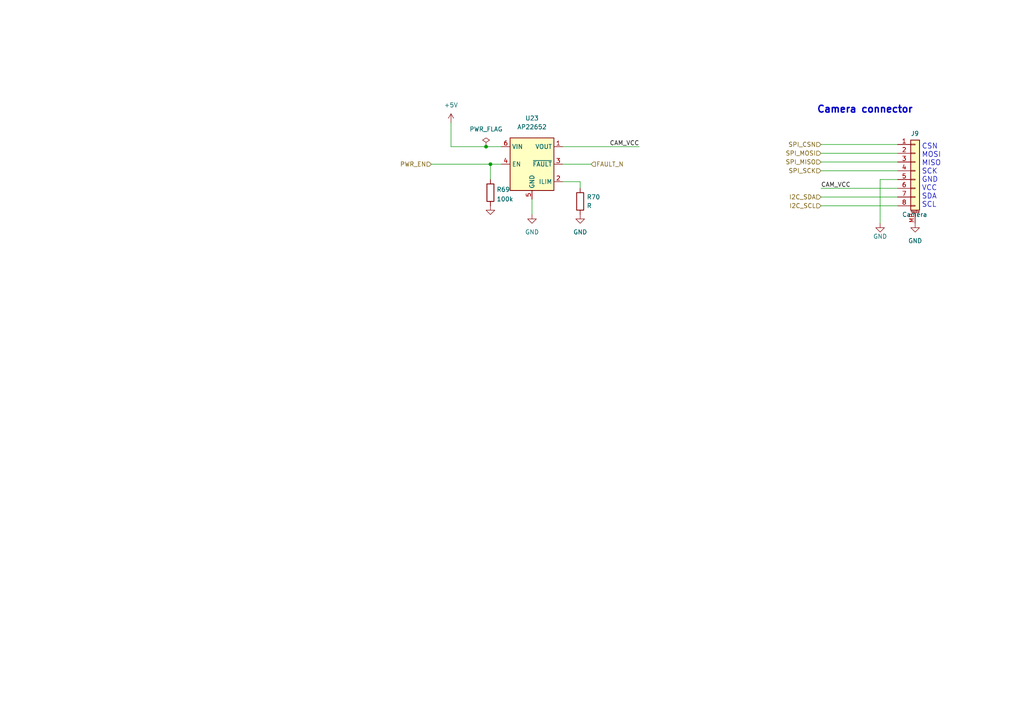
<source format=kicad_sch>
(kicad_sch (version 20211123) (generator eeschema)

  (uuid 30ae04e7-80a3-4b9c-b034-f14fc281e7c8)

  (paper "A4")

  (lib_symbols
    (symbol "Connector_Generic_MountingPin:Conn_01x08_MountingPin" (pin_names (offset 1.016) hide) (in_bom yes) (on_board yes)
      (property "Reference" "J" (id 0) (at 0 10.16 0)
        (effects (font (size 1.27 1.27)))
      )
      (property "Value" "Conn_01x08_MountingPin" (id 1) (at 1.27 -12.7 0)
        (effects (font (size 1.27 1.27)) (justify left))
      )
      (property "Footprint" "" (id 2) (at 0 0 0)
        (effects (font (size 1.27 1.27)) hide)
      )
      (property "Datasheet" "~" (id 3) (at 0 0 0)
        (effects (font (size 1.27 1.27)) hide)
      )
      (property "ki_keywords" "connector" (id 4) (at 0 0 0)
        (effects (font (size 1.27 1.27)) hide)
      )
      (property "ki_description" "Generic connectable mounting pin connector, single row, 01x08, script generated (kicad-library-utils/schlib/autogen/connector/)" (id 5) (at 0 0 0)
        (effects (font (size 1.27 1.27)) hide)
      )
      (property "ki_fp_filters" "Connector*:*_1x??-1MP*" (id 6) (at 0 0 0)
        (effects (font (size 1.27 1.27)) hide)
      )
      (symbol "Conn_01x08_MountingPin_1_1"
        (rectangle (start -1.27 -10.033) (end 0 -10.287)
          (stroke (width 0.1524) (type default) (color 0 0 0 0))
          (fill (type none))
        )
        (rectangle (start -1.27 -7.493) (end 0 -7.747)
          (stroke (width 0.1524) (type default) (color 0 0 0 0))
          (fill (type none))
        )
        (rectangle (start -1.27 -4.953) (end 0 -5.207)
          (stroke (width 0.1524) (type default) (color 0 0 0 0))
          (fill (type none))
        )
        (rectangle (start -1.27 -2.413) (end 0 -2.667)
          (stroke (width 0.1524) (type default) (color 0 0 0 0))
          (fill (type none))
        )
        (rectangle (start -1.27 0.127) (end 0 -0.127)
          (stroke (width 0.1524) (type default) (color 0 0 0 0))
          (fill (type none))
        )
        (rectangle (start -1.27 2.667) (end 0 2.413)
          (stroke (width 0.1524) (type default) (color 0 0 0 0))
          (fill (type none))
        )
        (rectangle (start -1.27 5.207) (end 0 4.953)
          (stroke (width 0.1524) (type default) (color 0 0 0 0))
          (fill (type none))
        )
        (rectangle (start -1.27 7.747) (end 0 7.493)
          (stroke (width 0.1524) (type default) (color 0 0 0 0))
          (fill (type none))
        )
        (rectangle (start -1.27 8.89) (end 1.27 -11.43)
          (stroke (width 0.254) (type default) (color 0 0 0 0))
          (fill (type background))
        )
        (polyline
          (pts
            (xy -1.016 -12.192)
            (xy 1.016 -12.192)
          )
          (stroke (width 0.1524) (type default) (color 0 0 0 0))
          (fill (type none))
        )
        (text "Mounting" (at 0 -11.811 0)
          (effects (font (size 0.381 0.381)))
        )
        (pin passive line (at -5.08 7.62 0) (length 3.81)
          (name "Pin_1" (effects (font (size 1.27 1.27))))
          (number "1" (effects (font (size 1.27 1.27))))
        )
        (pin passive line (at -5.08 5.08 0) (length 3.81)
          (name "Pin_2" (effects (font (size 1.27 1.27))))
          (number "2" (effects (font (size 1.27 1.27))))
        )
        (pin passive line (at -5.08 2.54 0) (length 3.81)
          (name "Pin_3" (effects (font (size 1.27 1.27))))
          (number "3" (effects (font (size 1.27 1.27))))
        )
        (pin passive line (at -5.08 0 0) (length 3.81)
          (name "Pin_4" (effects (font (size 1.27 1.27))))
          (number "4" (effects (font (size 1.27 1.27))))
        )
        (pin passive line (at -5.08 -2.54 0) (length 3.81)
          (name "Pin_5" (effects (font (size 1.27 1.27))))
          (number "5" (effects (font (size 1.27 1.27))))
        )
        (pin passive line (at -5.08 -5.08 0) (length 3.81)
          (name "Pin_6" (effects (font (size 1.27 1.27))))
          (number "6" (effects (font (size 1.27 1.27))))
        )
        (pin passive line (at -5.08 -7.62 0) (length 3.81)
          (name "Pin_7" (effects (font (size 1.27 1.27))))
          (number "7" (effects (font (size 1.27 1.27))))
        )
        (pin passive line (at -5.08 -10.16 0) (length 3.81)
          (name "Pin_8" (effects (font (size 1.27 1.27))))
          (number "8" (effects (font (size 1.27 1.27))))
        )
        (pin passive line (at 0 -15.24 90) (length 3.048)
          (name "MountPin" (effects (font (size 1.27 1.27))))
          (number "MP" (effects (font (size 1.27 1.27))))
        )
      )
    )
    (symbol "Device:R" (pin_numbers hide) (pin_names (offset 0)) (in_bom yes) (on_board yes)
      (property "Reference" "R" (id 0) (at 2.032 0 90)
        (effects (font (size 1.27 1.27)))
      )
      (property "Value" "R" (id 1) (at 0 0 90)
        (effects (font (size 1.27 1.27)))
      )
      (property "Footprint" "" (id 2) (at -1.778 0 90)
        (effects (font (size 1.27 1.27)) hide)
      )
      (property "Datasheet" "~" (id 3) (at 0 0 0)
        (effects (font (size 1.27 1.27)) hide)
      )
      (property "ki_keywords" "R res resistor" (id 4) (at 0 0 0)
        (effects (font (size 1.27 1.27)) hide)
      )
      (property "ki_description" "Resistor" (id 5) (at 0 0 0)
        (effects (font (size 1.27 1.27)) hide)
      )
      (property "ki_fp_filters" "R_*" (id 6) (at 0 0 0)
        (effects (font (size 1.27 1.27)) hide)
      )
      (symbol "R_0_1"
        (rectangle (start -1.016 -2.54) (end 1.016 2.54)
          (stroke (width 0.254) (type default) (color 0 0 0 0))
          (fill (type none))
        )
      )
      (symbol "R_1_1"
        (pin passive line (at 0 3.81 270) (length 1.27)
          (name "~" (effects (font (size 1.27 1.27))))
          (number "1" (effects (font (size 1.27 1.27))))
        )
        (pin passive line (at 0 -3.81 90) (length 1.27)
          (name "~" (effects (font (size 1.27 1.27))))
          (number "2" (effects (font (size 1.27 1.27))))
        )
      )
    )
    (symbol "TCY_PowerSwitching:AP22652" (in_bom yes) (on_board yes)
      (property "Reference" "U" (id 0) (at 0 8.89 0)
        (effects (font (size 1.27 1.27)))
      )
      (property "Value" "AP22652" (id 1) (at 0 6.35 0)
        (effects (font (size 1.27 1.27)))
      )
      (property "Footprint" "" (id 2) (at -1.27 5.08 0)
        (effects (font (size 1.27 1.27)) hide)
      )
      (property "Datasheet" "" (id 3) (at -1.27 5.08 0)
        (effects (font (size 1.27 1.27)) hide)
      )
      (symbol "AP22652_0_1"
        (rectangle (start -6.35 5.08) (end 6.35 -10.16)
          (stroke (width 0.254) (type default) (color 0 0 0 0))
          (fill (type background))
        )
      )
      (symbol "AP22652_1_1"
        (pin power_out line (at 8.89 2.54 180) (length 2.54)
          (name "VOUT" (effects (font (size 1.27 1.27))))
          (number "1" (effects (font (size 1.27 1.27))))
        )
        (pin passive line (at 8.89 -7.62 180) (length 2.54)
          (name "ILIM" (effects (font (size 1.27 1.27))))
          (number "2" (effects (font (size 1.27 1.27))))
        )
        (pin output line (at 8.89 -2.54 180) (length 2.54)
          (name "~{FAULT}" (effects (font (size 1.27 1.27))))
          (number "3" (effects (font (size 1.27 1.27))))
        )
        (pin input line (at -8.89 -2.54 0) (length 2.54)
          (name "EN" (effects (font (size 1.27 1.27))))
          (number "4" (effects (font (size 1.27 1.27))))
        )
        (pin passive line (at 0 -12.7 90) (length 2.54)
          (name "GND" (effects (font (size 1.27 1.27))))
          (number "5" (effects (font (size 1.27 1.27))))
        )
        (pin power_in line (at -8.89 2.54 0) (length 2.54)
          (name "VIN" (effects (font (size 1.27 1.27))))
          (number "6" (effects (font (size 1.27 1.27))))
        )
      )
    )
    (symbol "power:+5V" (power) (pin_names (offset 0)) (in_bom yes) (on_board yes)
      (property "Reference" "#PWR" (id 0) (at 0 -3.81 0)
        (effects (font (size 1.27 1.27)) hide)
      )
      (property "Value" "+5V" (id 1) (at 0 3.556 0)
        (effects (font (size 1.27 1.27)))
      )
      (property "Footprint" "" (id 2) (at 0 0 0)
        (effects (font (size 1.27 1.27)) hide)
      )
      (property "Datasheet" "" (id 3) (at 0 0 0)
        (effects (font (size 1.27 1.27)) hide)
      )
      (property "ki_keywords" "power-flag" (id 4) (at 0 0 0)
        (effects (font (size 1.27 1.27)) hide)
      )
      (property "ki_description" "Power symbol creates a global label with name \"+5V\"" (id 5) (at 0 0 0)
        (effects (font (size 1.27 1.27)) hide)
      )
      (symbol "+5V_0_1"
        (polyline
          (pts
            (xy -0.762 1.27)
            (xy 0 2.54)
          )
          (stroke (width 0) (type default) (color 0 0 0 0))
          (fill (type none))
        )
        (polyline
          (pts
            (xy 0 0)
            (xy 0 2.54)
          )
          (stroke (width 0) (type default) (color 0 0 0 0))
          (fill (type none))
        )
        (polyline
          (pts
            (xy 0 2.54)
            (xy 0.762 1.27)
          )
          (stroke (width 0) (type default) (color 0 0 0 0))
          (fill (type none))
        )
      )
      (symbol "+5V_1_1"
        (pin power_in line (at 0 0 90) (length 0) hide
          (name "+5V" (effects (font (size 1.27 1.27))))
          (number "1" (effects (font (size 1.27 1.27))))
        )
      )
    )
    (symbol "power:GND" (power) (pin_names (offset 0)) (in_bom yes) (on_board yes)
      (property "Reference" "#PWR" (id 0) (at 0 -6.35 0)
        (effects (font (size 1.27 1.27)) hide)
      )
      (property "Value" "GND" (id 1) (at 0 -3.81 0)
        (effects (font (size 1.27 1.27)))
      )
      (property "Footprint" "" (id 2) (at 0 0 0)
        (effects (font (size 1.27 1.27)) hide)
      )
      (property "Datasheet" "" (id 3) (at 0 0 0)
        (effects (font (size 1.27 1.27)) hide)
      )
      (property "ki_keywords" "power-flag" (id 4) (at 0 0 0)
        (effects (font (size 1.27 1.27)) hide)
      )
      (property "ki_description" "Power symbol creates a global label with name \"GND\" , ground" (id 5) (at 0 0 0)
        (effects (font (size 1.27 1.27)) hide)
      )
      (symbol "GND_0_1"
        (polyline
          (pts
            (xy 0 0)
            (xy 0 -1.27)
            (xy 1.27 -1.27)
            (xy 0 -2.54)
            (xy -1.27 -1.27)
            (xy 0 -1.27)
          )
          (stroke (width 0) (type default) (color 0 0 0 0))
          (fill (type none))
        )
      )
      (symbol "GND_1_1"
        (pin power_in line (at 0 0 270) (length 0) hide
          (name "GND" (effects (font (size 1.27 1.27))))
          (number "1" (effects (font (size 1.27 1.27))))
        )
      )
    )
    (symbol "power:PWR_FLAG" (power) (pin_numbers hide) (pin_names (offset 0) hide) (in_bom yes) (on_board yes)
      (property "Reference" "#FLG" (id 0) (at 0 1.905 0)
        (effects (font (size 1.27 1.27)) hide)
      )
      (property "Value" "PWR_FLAG" (id 1) (at 0 3.81 0)
        (effects (font (size 1.27 1.27)))
      )
      (property "Footprint" "" (id 2) (at 0 0 0)
        (effects (font (size 1.27 1.27)) hide)
      )
      (property "Datasheet" "~" (id 3) (at 0 0 0)
        (effects (font (size 1.27 1.27)) hide)
      )
      (property "ki_keywords" "power-flag" (id 4) (at 0 0 0)
        (effects (font (size 1.27 1.27)) hide)
      )
      (property "ki_description" "Special symbol for telling ERC where power comes from" (id 5) (at 0 0 0)
        (effects (font (size 1.27 1.27)) hide)
      )
      (symbol "PWR_FLAG_0_0"
        (pin power_out line (at 0 0 90) (length 0)
          (name "pwr" (effects (font (size 1.27 1.27))))
          (number "1" (effects (font (size 1.27 1.27))))
        )
      )
      (symbol "PWR_FLAG_0_1"
        (polyline
          (pts
            (xy 0 0)
            (xy 0 1.27)
            (xy -1.016 1.905)
            (xy 0 2.54)
            (xy 1.016 1.905)
            (xy 0 1.27)
          )
          (stroke (width 0) (type default) (color 0 0 0 0))
          (fill (type none))
        )
      )
    )
  )

  (junction (at 142.24 47.625) (diameter 0) (color 0 0 0 0)
    (uuid 2875450c-a944-4d7e-bd18-6e20b5a70be1)
  )
  (junction (at 140.97 42.545) (diameter 0) (color 0 0 0 0)
    (uuid b0d73f78-2d61-449b-b615-44cc68b0dba4)
  )

  (wire (pts (xy 260.35 52.07) (xy 255.27 52.07))
    (stroke (width 0) (type default) (color 0 0 0 0))
    (uuid 23c7d2b5-1a3b-43b1-969c-0d1c7c9d0ba5)
  )
  (wire (pts (xy 238.125 54.61) (xy 260.35 54.61))
    (stroke (width 0) (type default) (color 0 0 0 0))
    (uuid 2f2deb23-98b5-479b-82c4-82bbec9d8e65)
  )
  (wire (pts (xy 171.45 47.625) (xy 163.195 47.625))
    (stroke (width 0) (type default) (color 0 0 0 0))
    (uuid 31f7b040-0bcd-495e-b9c8-f266b7de1d8c)
  )
  (wire (pts (xy 142.24 47.625) (xy 145.415 47.625))
    (stroke (width 0) (type default) (color 0 0 0 0))
    (uuid 36115100-58a3-48fc-9859-463a97d4b58e)
  )
  (wire (pts (xy 140.97 42.545) (xy 145.415 42.545))
    (stroke (width 0) (type default) (color 0 0 0 0))
    (uuid 5d60cb60-109f-4f47-a369-e940a4c7606c)
  )
  (wire (pts (xy 185.42 42.545) (xy 163.195 42.545))
    (stroke (width 0) (type default) (color 0 0 0 0))
    (uuid 5d8f211c-73f1-4716-ac96-37450bfb57d1)
  )
  (wire (pts (xy 238.125 49.53) (xy 260.35 49.53))
    (stroke (width 0) (type default) (color 0 0 0 0))
    (uuid 71015764-f538-4ca2-8944-8a51ba0b527b)
  )
  (wire (pts (xy 238.125 59.69) (xy 260.35 59.69))
    (stroke (width 0) (type default) (color 0 0 0 0))
    (uuid 72b70111-b8f6-4317-925a-038e55cb76ce)
  )
  (wire (pts (xy 130.81 35.56) (xy 130.81 42.545))
    (stroke (width 0) (type default) (color 0 0 0 0))
    (uuid 7a25a118-1182-410b-922e-c820551bce47)
  )
  (wire (pts (xy 168.275 52.705) (xy 168.275 54.61))
    (stroke (width 0) (type default) (color 0 0 0 0))
    (uuid 7d4a7823-5de4-4ed3-a193-bf1f83c758f5)
  )
  (wire (pts (xy 125.095 47.625) (xy 142.24 47.625))
    (stroke (width 0) (type default) (color 0 0 0 0))
    (uuid 9f6e8504-dd8f-40f0-ae1f-4c74081b35e0)
  )
  (wire (pts (xy 238.125 46.99) (xy 260.35 46.99))
    (stroke (width 0) (type default) (color 0 0 0 0))
    (uuid b85943e2-9b01-4b74-9a57-ca665227e2b5)
  )
  (wire (pts (xy 142.24 47.625) (xy 142.24 52.07))
    (stroke (width 0) (type default) (color 0 0 0 0))
    (uuid bdf4616f-1993-40e7-8633-cb1a7c382db9)
  )
  (wire (pts (xy 238.125 57.15) (xy 260.35 57.15))
    (stroke (width 0) (type default) (color 0 0 0 0))
    (uuid c30d1392-bb28-48f5-be57-aed670d09703)
  )
  (wire (pts (xy 238.125 41.91) (xy 260.35 41.91))
    (stroke (width 0) (type default) (color 0 0 0 0))
    (uuid c8d603fa-2cd0-4e2a-883b-cb1b12ba9591)
  )
  (wire (pts (xy 163.195 52.705) (xy 168.275 52.705))
    (stroke (width 0) (type default) (color 0 0 0 0))
    (uuid ca55545a-4469-4ad7-b5a7-f9939eb0ed98)
  )
  (wire (pts (xy 238.125 44.45) (xy 260.35 44.45))
    (stroke (width 0) (type default) (color 0 0 0 0))
    (uuid d2325320-092b-4ebb-9d22-fd3fc94c7b4e)
  )
  (wire (pts (xy 130.81 42.545) (xy 140.97 42.545))
    (stroke (width 0) (type default) (color 0 0 0 0))
    (uuid dc1bdf85-413c-4436-bc69-9e9f0d293fb6)
  )
  (wire (pts (xy 255.27 52.07) (xy 255.27 64.77))
    (stroke (width 0) (type default) (color 0 0 0 0))
    (uuid e931bc10-704f-49d3-9588-d0294100fe28)
  )
  (wire (pts (xy 154.305 57.785) (xy 154.305 62.23))
    (stroke (width 0) (type default) (color 0 0 0 0))
    (uuid fbf0f5a8-1528-474a-a0e4-79c04f4a87ac)
  )

  (text "CSN\nMOSI\nMISO\nSCK\nGND\nVCC\nSDA\nSCL" (at 267.335 60.325 0)
    (effects (font (size 1.5 1.5)) (justify left bottom))
    (uuid 57fd7c29-375c-41dd-98f8-d356f4479303)
  )
  (text "Camera connector" (at 236.855 33.02 0)
    (effects (font (size 2 2) (thickness 0.4) bold) (justify left bottom))
    (uuid 9e36fff6-d54b-40bc-b8d5-ee09139fa160)
  )

  (label "CAM_VCC" (at 238.125 54.61 0)
    (effects (font (size 1.27 1.27)) (justify left bottom))
    (uuid 5033a596-2792-4024-a2fd-9e93ea2877d6)
  )
  (label "CAM_VCC" (at 185.42 42.545 180)
    (effects (font (size 1.27 1.27)) (justify right bottom))
    (uuid f2c77a88-16db-4262-8d61-72e655c70c79)
  )

  (hierarchical_label "FAULT_N" (shape input) (at 171.45 47.625 0)
    (effects (font (size 1.27 1.27)) (justify left))
    (uuid 1ecf53e2-f53d-40f4-b037-fc2266c9bd96)
  )
  (hierarchical_label "SPI_MOSI" (shape input) (at 238.125 44.45 180)
    (effects (font (size 1.27 1.27)) (justify right))
    (uuid 2e3b3ac8-c62a-4413-a58e-86a279ae5b0d)
  )
  (hierarchical_label "SPI_SCK" (shape input) (at 238.125 49.53 180)
    (effects (font (size 1.27 1.27)) (justify right))
    (uuid 3922d36a-45ee-4196-bb6c-8dd62db53880)
  )
  (hierarchical_label "SPI_CSN" (shape input) (at 238.125 41.91 180)
    (effects (font (size 1.27 1.27)) (justify right))
    (uuid 3a645505-f71b-4c22-b19a-1c7ff3d5e778)
  )
  (hierarchical_label "PWR_EN" (shape input) (at 125.095 47.625 180)
    (effects (font (size 1.27 1.27)) (justify right))
    (uuid 494d2d49-0ff9-4e41-8e46-d72fafc111ba)
  )
  (hierarchical_label "SPI_MISO" (shape input) (at 238.125 46.99 180)
    (effects (font (size 1.27 1.27)) (justify right))
    (uuid 5f3ee46d-00d0-416b-b50f-46b2a6eb6ef3)
  )
  (hierarchical_label "I2C_SCL" (shape input) (at 238.125 59.69 180)
    (effects (font (size 1.27 1.27)) (justify right))
    (uuid 6027c323-83a5-4add-9598-1fbb27c10363)
  )
  (hierarchical_label "I2C_SDA" (shape input) (at 238.125 57.15 180)
    (effects (font (size 1.27 1.27)) (justify right))
    (uuid 9a2a7191-fc1c-4729-8019-ef30539f064d)
  )

  (symbol (lib_id "power:GND") (at 265.43 64.77 0) (unit 1)
    (in_bom yes) (on_board yes) (fields_autoplaced)
    (uuid 2953af20-d93b-47ee-89c3-6c04ef124206)
    (property "Reference" "#PWR0206" (id 0) (at 265.43 71.12 0)
      (effects (font (size 1.27 1.27)) hide)
    )
    (property "Value" "GND" (id 1) (at 265.43 69.85 0))
    (property "Footprint" "" (id 2) (at 265.43 64.77 0)
      (effects (font (size 1.27 1.27)) hide)
    )
    (property "Datasheet" "" (id 3) (at 265.43 64.77 0)
      (effects (font (size 1.27 1.27)) hide)
    )
    (pin "1" (uuid 0e3f1a94-f661-4ec3-8bb2-eeeb36af0119))
  )

  (symbol (lib_id "power:GND") (at 255.27 64.77 0) (unit 1)
    (in_bom yes) (on_board yes)
    (uuid 295bba17-2589-4531-8be8-eef3870754b3)
    (property "Reference" "#PWR0207" (id 0) (at 255.27 71.12 0)
      (effects (font (size 1.27 1.27)) hide)
    )
    (property "Value" "GND" (id 1) (at 255.27 68.58 0))
    (property "Footprint" "" (id 2) (at 255.27 64.77 0)
      (effects (font (size 1.27 1.27)) hide)
    )
    (property "Datasheet" "" (id 3) (at 255.27 64.77 0)
      (effects (font (size 1.27 1.27)) hide)
    )
    (pin "1" (uuid 806cc01e-6baa-4a2f-8c14-f60d917af090))
  )

  (symbol (lib_id "Device:R") (at 142.24 55.88 0) (unit 1)
    (in_bom yes) (on_board yes) (fields_autoplaced)
    (uuid 3a1c777d-ac95-4650-bf16-ddd00d0eac3f)
    (property "Reference" "R69" (id 0) (at 144.0181 54.9715 0)
      (effects (font (size 1.27 1.27)) (justify left))
    )
    (property "Value" "100k" (id 1) (at 144.0181 57.7466 0)
      (effects (font (size 1.27 1.27)) (justify left))
    )
    (property "Footprint" "Resistor_SMD:R_0603_1608Metric" (id 2) (at 140.462 55.88 90)
      (effects (font (size 1.27 1.27)) hide)
    )
    (property "Datasheet" "~" (id 3) (at 142.24 55.88 0)
      (effects (font (size 1.27 1.27)) hide)
    )
    (pin "1" (uuid 05c0ceeb-1e44-4ba9-bd4e-cd97ff6e9b25))
    (pin "2" (uuid 07feedaa-4641-4626-bdf8-68b34194a268))
  )

  (symbol (lib_id "power:PWR_FLAG") (at 140.97 42.545 0) (unit 1)
    (in_bom yes) (on_board yes) (fields_autoplaced)
    (uuid 43368a26-0fd3-4bd5-9571-c67eaeda4846)
    (property "Reference" "#FLG0116" (id 0) (at 140.97 40.64 0)
      (effects (font (size 1.27 1.27)) hide)
    )
    (property "Value" "PWR_FLAG" (id 1) (at 140.97 37.465 0))
    (property "Footprint" "" (id 2) (at 140.97 42.545 0)
      (effects (font (size 1.27 1.27)) hide)
    )
    (property "Datasheet" "~" (id 3) (at 140.97 42.545 0)
      (effects (font (size 1.27 1.27)) hide)
    )
    (pin "1" (uuid 72a86923-65ef-4479-9863-93b12406c6c3))
  )

  (symbol (lib_id "power:+5V") (at 130.81 35.56 0) (mirror y) (unit 1)
    (in_bom yes) (on_board yes) (fields_autoplaced)
    (uuid 4431599e-36d7-4fdd-8f38-dd8aa575a5d1)
    (property "Reference" "#PWR0200" (id 0) (at 130.81 39.37 0)
      (effects (font (size 1.27 1.27)) hide)
    )
    (property "Value" "+5V" (id 1) (at 130.81 30.48 0))
    (property "Footprint" "" (id 2) (at 130.81 35.56 0)
      (effects (font (size 1.27 1.27)) hide)
    )
    (property "Datasheet" "" (id 3) (at 130.81 35.56 0)
      (effects (font (size 1.27 1.27)) hide)
    )
    (pin "1" (uuid 8b23561a-57db-498e-9e03-0766340932c4))
  )

  (symbol (lib_id "power:GND") (at 168.275 62.23 0) (unit 1)
    (in_bom yes) (on_board yes) (fields_autoplaced)
    (uuid 488d2dc7-306b-489a-91d1-b7b123414ba3)
    (property "Reference" "#PWR0164" (id 0) (at 168.275 68.58 0)
      (effects (font (size 1.27 1.27)) hide)
    )
    (property "Value" "GND" (id 1) (at 168.275 67.31 0))
    (property "Footprint" "" (id 2) (at 168.275 62.23 0)
      (effects (font (size 1.27 1.27)) hide)
    )
    (property "Datasheet" "" (id 3) (at 168.275 62.23 0)
      (effects (font (size 1.27 1.27)) hide)
    )
    (pin "1" (uuid e6c6585d-90ac-4ba6-9f81-045e6cb8dc88))
  )

  (symbol (lib_id "TCY_PowerSwitching:AP22652") (at 154.305 45.085 0) (unit 1)
    (in_bom yes) (on_board yes) (fields_autoplaced)
    (uuid 8e3da0ad-75c8-4188-a1af-3892e26a8bbe)
    (property "Reference" "U23" (id 0) (at 154.305 34.29 0))
    (property "Value" "AP22652" (id 1) (at 154.305 36.83 0))
    (property "Footprint" "Package_TO_SOT_SMD:SOT-23-6_Handsoldering" (id 2) (at 153.035 40.005 0)
      (effects (font (size 1.27 1.27)) hide)
    )
    (property "Datasheet" "" (id 3) (at 153.035 40.005 0)
      (effects (font (size 1.27 1.27)) hide)
    )
    (pin "1" (uuid edb60ccc-5ad5-4417-9f0a-4281bdc6260b))
    (pin "2" (uuid f130ddb0-0916-407d-9728-6ff1a5a57806))
    (pin "3" (uuid aff1bc93-3507-4fde-b8d1-7b3a76806da5))
    (pin "4" (uuid 6f2e316b-f231-4c57-a64b-c8067779c9d2))
    (pin "5" (uuid bf19e270-1445-4b75-b2bd-782474227334))
    (pin "6" (uuid 8db7c4e7-b3cc-4a48-b113-298f5f5490bb))
  )

  (symbol (lib_id "power:GND") (at 154.305 62.23 0) (unit 1)
    (in_bom yes) (on_board yes) (fields_autoplaced)
    (uuid 9922f805-706f-4980-9fd5-16d9b3879ab7)
    (property "Reference" "#PWR0208" (id 0) (at 154.305 68.58 0)
      (effects (font (size 1.27 1.27)) hide)
    )
    (property "Value" "GND" (id 1) (at 154.305 67.31 0))
    (property "Footprint" "" (id 2) (at 154.305 62.23 0)
      (effects (font (size 1.27 1.27)) hide)
    )
    (property "Datasheet" "" (id 3) (at 154.305 62.23 0)
      (effects (font (size 1.27 1.27)) hide)
    )
    (pin "1" (uuid 867c9740-cd56-4b26-a97d-8bf37012ca7c))
  )

  (symbol (lib_id "Device:R") (at 168.275 58.42 0) (unit 1)
    (in_bom yes) (on_board yes) (fields_autoplaced)
    (uuid a19f13dd-f08a-4598-a1d0-855263fd2749)
    (property "Reference" "R70" (id 0) (at 170.18 57.1499 0)
      (effects (font (size 1.27 1.27)) (justify left))
    )
    (property "Value" "R" (id 1) (at 170.18 59.6899 0)
      (effects (font (size 1.27 1.27)) (justify left))
    )
    (property "Footprint" "Resistor_SMD:R_0603_1608Metric" (id 2) (at 166.497 58.42 90)
      (effects (font (size 1.27 1.27)) hide)
    )
    (property "Datasheet" "~" (id 3) (at 168.275 58.42 0)
      (effects (font (size 1.27 1.27)) hide)
    )
    (pin "1" (uuid 0d617274-7059-48b6-b93a-7efca49a686c))
    (pin "2" (uuid 9e0057a6-9a3a-4624-992c-f0e4b3845d28))
  )

  (symbol (lib_id "power:GND") (at 142.24 59.69 0) (unit 1)
    (in_bom yes) (on_board yes) (fields_autoplaced)
    (uuid a62538eb-9c9d-4b56-b948-b54b320222f6)
    (property "Reference" "#PWR0209" (id 0) (at 142.24 66.04 0)
      (effects (font (size 1.27 1.27)) hide)
    )
    (property "Value" "GND" (id 1) (at 142.24 64.2526 0)
      (effects (font (size 1.27 1.27)) hide)
    )
    (property "Footprint" "" (id 2) (at 142.24 59.69 0)
      (effects (font (size 1.27 1.27)) hide)
    )
    (property "Datasheet" "" (id 3) (at 142.24 59.69 0)
      (effects (font (size 1.27 1.27)) hide)
    )
    (pin "1" (uuid 7c2deac2-5455-49a6-b743-0883be85eacc))
  )

  (symbol (lib_id "Connector_Generic_MountingPin:Conn_01x08_MountingPin") (at 265.43 49.53 0) (unit 1)
    (in_bom yes) (on_board yes)
    (uuid da116425-550f-4045-b880-60492319835e)
    (property "Reference" "J9" (id 0) (at 264.16 38.735 0)
      (effects (font (size 1.27 1.27)) (justify left))
    )
    (property "Value" "Camera" (id 1) (at 261.62 62.23 0)
      (effects (font (size 1.27 1.27)) (justify left))
    )
    (property "Footprint" "TCY_Connector:Amphenol 10114826-10108LF 1x08 Vertical" (id 2) (at 265.43 49.53 0)
      (effects (font (size 1.27 1.27)) hide)
    )
    (property "Datasheet" "~" (id 3) (at 265.43 49.53 0)
      (effects (font (size 1.27 1.27)) hide)
    )
    (pin "1" (uuid 50548da1-f4a1-4515-82fc-f1e0d7958e4a))
    (pin "2" (uuid d720be79-6e4e-41ef-aca0-fc3e6cd3d731))
    (pin "3" (uuid 3a4e00ee-10f0-4d3e-aa26-1c7a22114c8b))
    (pin "4" (uuid ae28f242-7ce6-4bd6-9d35-43549886b929))
    (pin "5" (uuid eaa8fc85-8b4f-4899-a436-27a0f1204766))
    (pin "6" (uuid 898ef427-86c5-4c34-b137-d10fab211620))
    (pin "7" (uuid 831f7d7f-30c7-4f7f-a694-8fa56e604b08))
    (pin "8" (uuid 832f42ea-ca32-4383-b42b-ee5d6b66ccbd))
    (pin "MP" (uuid 2d9e4914-adb5-4ce7-abb9-ba493ae642a9))
  )
)

</source>
